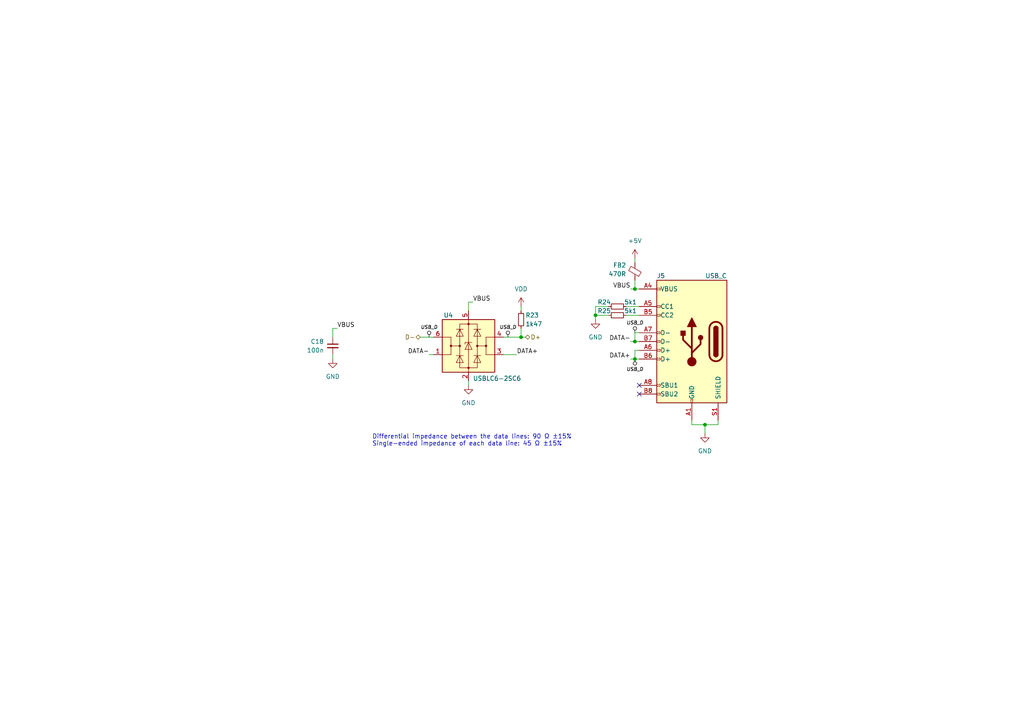
<source format=kicad_sch>
(kicad_sch (version 20230121) (generator eeschema)
  (paper "A4")
  (title_block (title "USB Connector") (date "2023-11-29") (rev "${REVISION}") (company "Author: I. Kajdan") (comment 1 "Supervisor: A. Bondyra, Ph.D."))
  (lib_symbols
    (symbol "Connector:USB_C_Receptacle_USB2.0_16P" (pin_names (offset 1.016))
      (property "Reference" "J" (at 0 22.225 0))
      (property "Value" "USB_C_Receptacle_USB2.0_16P" (at 0 19.685 0))
      (symbol "USB_C_Receptacle_USB2.0_16P_0_0"
        (rectangle (start -0.254 -17.78) (end 0.254 -16.764))
        (rectangle (start 10.16 -14.986) (end 9.144 -15.494))
        (rectangle (start 10.16 -12.446) (end 9.144 -12.954))
        (rectangle (start 10.16 -4.826) (end 9.144 -5.334))
        (rectangle (start 10.16 -2.286) (end 9.144 -2.794))
        (rectangle (start 10.16 0.254) (end 9.144 -0.254))
        (rectangle (start 10.16 2.794) (end 9.144 2.286))
        (rectangle (start 10.16 7.874) (end 9.144 7.366))
        (rectangle (start 10.16 10.414) (end 9.144 9.906))
        (rectangle (start 10.16 15.494) (end 9.144 14.986))
      )
      (symbol "USB_C_Receptacle_USB2.0_16P_0_1"
        (rectangle (start -10.16 17.78) (end 10.16 -17.78) (stroke (width 0.254)) (fill (type background)))
        (arc (start -8.89 -3.81) (mid -6.985 -5.7067) (end -5.08 -3.81) (stroke (width 0.508)))
        (arc (start -7.62 -3.81) (mid -6.985 -4.4423) (end -6.35 -3.81) (stroke (width 0.254)))
        (arc (start -7.62 -3.81) (mid -6.985 -4.4423) (end -6.35 -3.81) (stroke (width 0.254)) (fill (type outline)))
        (rectangle (start -7.62 -3.81) (end -6.35 3.81) (stroke (width 0.254)) (fill (type outline)))
        (arc (start -6.35 3.81) (mid -6.985 4.4423) (end -7.62 3.81) (stroke (width 0.254)))
        (arc (start -6.35 3.81) (mid -6.985 4.4423) (end -7.62 3.81) (stroke (width 0.254)) (fill (type outline)))
        (arc (start -5.08 3.81) (mid -6.985 5.7067) (end -8.89 3.81) (stroke (width 0.508)))
        (circle (center -2.54 1.143) (radius 0.635) (stroke (width 0.254)) (fill (type outline)))
        (circle (center 0 -5.842) (radius 1.27) (fill (type outline)))
        (polyline (pts (xy -8.89 -3.81) (xy -8.89 3.81)) (stroke (width 0.508)))
        (polyline (pts (xy -5.08 3.81) (xy -5.08 -3.81)) (stroke (width 0.508)))
        (polyline (pts (xy 0 -5.842) (xy 0 4.318)) (stroke (width 0.508)))
        (polyline (pts (xy 0 -3.302) (xy -2.54 -0.762) (xy -2.54 0.508)) (stroke (width 0.508)))
        (polyline (pts (xy 0 -2.032) (xy 2.54 0.508) (xy 2.54 1.778)) (stroke (width 0.508)))
        (polyline (pts (xy -1.27 4.318) (xy 0 6.858) (xy 1.27 4.318) (xy -1.27 4.318)) (stroke (width 0.254)) (fill (type outline)))
        (rectangle (start 1.905 1.778) (end 3.175 3.048) (stroke (width 0.254)) (fill (type outline)))
      )
      (symbol "USB_C_Receptacle_USB2.0_16P_1_1"
        (pin passive line (at 0 -22.86 90) (length 5.08) (name "GND") (number "A1"))
        (pin passive line (at 0 -22.86 90) (length 5.08) hide (name "GND") (number "A12"))
        (pin passive line (at 15.24 15.24 180) (length 5.08) (name "VBUS") (number "A4"))
        (pin bidirectional line (at 15.24 10.16 180) (length 5.08) (name "CC1") (number "A5"))
        (pin bidirectional line (at 15.24 -2.54 180) (length 5.08) (name "D+") (number "A6"))
        (pin bidirectional line (at 15.24 2.54 180) (length 5.08) (name "D-") (number "A7"))
        (pin bidirectional line (at 15.24 -12.7 180) (length 5.08) (name "SBU1") (number "A8"))
        (pin passive line (at 15.24 15.24 180) (length 5.08) hide (name "VBUS") (number "A9"))
        (pin passive line (at 0 -22.86 90) (length 5.08) hide (name "GND") (number "B1"))
        (pin passive line (at 0 -22.86 90) (length 5.08) hide (name "GND") (number "B12"))
        (pin passive line (at 15.24 15.24 180) (length 5.08) hide (name "VBUS") (number "B4"))
        (pin bidirectional line (at 15.24 7.62 180) (length 5.08) (name "CC2") (number "B5"))
        (pin bidirectional line (at 15.24 -5.08 180) (length 5.08) (name "D+") (number "B6"))
        (pin bidirectional line (at 15.24 0 180) (length 5.08) (name "D-") (number "B7"))
        (pin bidirectional line (at 15.24 -15.24 180) (length 5.08) (name "SBU2") (number "B8"))
        (pin passive line (at 15.24 15.24 180) (length 5.08) hide (name "VBUS") (number "B9"))
        (pin passive line (at -7.62 -22.86 90) (length 5.08) (name "SHIELD") (number "S1"))
      )
    )
    (symbol "Device:C_Small" (pin_numbers hide) (pin_names (offset 0.254) hide)
      (property "Reference" "C" (at 0.254 1.778 0))
      (property "Value" "C_Small" (at 0.254 -2.032 0))
      (symbol "C_Small_0_1"
        (polyline (pts (xy -1.524 -0.508) (xy 1.524 -0.508)) (stroke (width 0.3302)))
        (polyline (pts (xy -1.524 0.508) (xy 1.524 0.508)) (stroke (width 0.3048)))
      )
      (symbol "C_Small_1_1"
        (pin passive line (at 0 2.54 270) (length 2.032) (name "~") (number "1"))
        (pin passive line (at 0 -2.54 90) (length 2.032) (name "~") (number "2"))
      )
    )
    (symbol "Device:FerriteBead_Small" (pin_numbers hide) (pin_names (offset 0))
      (property "Reference" "FB" (at 1.905 1.27 0))
      (property "Value" "FerriteBead_Small" (at 1.905 -1.27 0))
      (symbol "FerriteBead_Small_0_1"
        (polyline (pts (xy 0 -1.27) (xy 0 -0.7874)))
        (polyline (pts (xy 0 0.889) (xy 0 1.2954)))
        (polyline (pts (xy -1.8288 0.2794) (xy -1.1176 1.4986) (xy 1.8288 -0.2032) (xy 1.1176 -1.4224) (xy -1.8288 0.2794)))
      )
      (symbol "FerriteBead_Small_1_1"
        (pin passive line (at 0 2.54 270) (length 1.27) (name "~") (number "1"))
        (pin passive line (at 0 -2.54 90) (length 1.27) (name "~") (number "2"))
      )
    )
    (symbol "Device:R_Small" (pin_numbers hide) (pin_names (offset 0.254) hide)
      (property "Reference" "R" (at 0.762 0.508 0))
      (property "Value" "R_Small" (at 0.762 -1.016 0))
      (symbol "R_Small_0_1"
        (rectangle (start -0.762 1.778) (end 0.762 -1.778) (stroke (width 0.2032)))
      )
      (symbol "R_Small_1_1"
        (pin passive line (at 0 2.54 270) (length 0.762) (name "~") (number "1"))
        (pin passive line (at 0 -2.54 90) (length 0.762) (name "~") (number "2"))
      )
    )
    (symbol "Power_Protection:USBLC6-2SC6" (pin_names hide)
      (property "Reference" "U" (at 2.54 8.89 0))
      (property "Value" "USBLC6-2SC6" (at 2.54 -8.89 0))
      (symbol "USBLC6-2SC6_0_1"
        (rectangle (start -7.62 -7.62) (end 7.62 7.62) (stroke (width 0.254)) (fill (type background)))
        (circle (center -5.08 0) (radius 0.254) (fill (type outline)))
        (circle (center -2.54 0) (radius 0.254) (fill (type outline)))
        (rectangle (start -2.54 6.35) (end 2.54 -6.35))
        (circle (center 0 -6.35) (radius 0.254) (fill (type outline)))
        (polyline (pts (xy -5.08 -2.54) (xy -7.62 -2.54)))
        (polyline (pts (xy -5.08 0) (xy -5.08 -2.54)))
        (polyline (pts (xy -5.08 2.54) (xy -7.62 2.54)))
        (polyline (pts (xy -1.524 -2.794) (xy -3.556 -2.794)))
        (polyline (pts (xy -1.524 4.826) (xy -3.556 4.826)))
        (polyline (pts (xy 0 -7.62) (xy 0 -6.35)))
        (polyline (pts (xy 0 -6.35) (xy 0 1.27)))
        (polyline (pts (xy 0 1.27) (xy 0 6.35)))
        (polyline (pts (xy 0 6.35) (xy 0 7.62)))
        (polyline (pts (xy 1.524 -2.794) (xy 3.556 -2.794)))
        (polyline (pts (xy 1.524 4.826) (xy 3.556 4.826)))
        (polyline (pts (xy 5.08 -2.54) (xy 7.62 -2.54)))
        (polyline (pts (xy 5.08 0) (xy 5.08 -2.54)))
        (polyline (pts (xy 5.08 2.54) (xy 7.62 2.54)))
        (polyline (pts (xy -2.54 0) (xy -5.08 0) (xy -5.08 2.54)))
        (polyline (pts (xy 2.54 0) (xy 5.08 0) (xy 5.08 2.54)))
        (polyline (pts (xy -3.556 -4.826) (xy -1.524 -4.826) (xy -2.54 -2.794) (xy -3.556 -4.826)))
        (polyline (pts (xy -3.556 2.794) (xy -1.524 2.794) (xy -2.54 4.826) (xy -3.556 2.794)))
        (polyline (pts (xy -1.016 -1.016) (xy 1.016 -1.016) (xy 0 1.016) (xy -1.016 -1.016)))
        (polyline (pts (xy 1.016 1.016) (xy 0.762 1.016) (xy -1.016 1.016) (xy -1.016 0.508)))
        (polyline (pts (xy 3.556 -4.826) (xy 1.524 -4.826) (xy 2.54 -2.794) (xy 3.556 -4.826)))
        (polyline (pts (xy 3.556 2.794) (xy 1.524 2.794) (xy 2.54 4.826) (xy 3.556 2.794)))
        (circle (center 0 6.35) (radius 0.254) (fill (type outline)))
        (circle (center 2.54 0) (radius 0.254) (fill (type outline)))
        (circle (center 5.08 0) (radius 0.254) (fill (type outline)))
      )
      (symbol "USBLC6-2SC6_1_1"
        (pin passive line (at -10.16 -2.54 0) (length 2.54) (name "I/O1") (number "1"))
        (pin passive line (at 0 -10.16 90) (length 2.54) (name "GND") (number "2"))
        (pin passive line (at 10.16 -2.54 180) (length 2.54) (name "I/O2") (number "3"))
        (pin passive line (at 10.16 2.54 180) (length 2.54) (name "I/O2") (number "4"))
        (pin passive line (at 0 10.16 270) (length 2.54) (name "VBUS") (number "5"))
        (pin passive line (at -10.16 2.54 0) (length 2.54) (name "I/O1") (number "6"))
      )
    )
    (symbol "power:+5V" (power) (pin_names (offset 0))
      (property "Value" "+5V" (at 0 3.556 0))
      (symbol "+5V_0_1"
        (polyline (pts (xy -0.762 1.27) (xy 0 2.54)))
        (polyline (pts (xy 0 0) (xy 0 2.54)))
        (polyline (pts (xy 0 2.54) (xy 0.762 1.27)))
      )
      (symbol "+5V_1_1"
        (pin power_in line (at 0 0 90) (length 0) hide (name "+5V") (number "1"))
      )
    )
    (symbol "power:GND" (power) (pin_names (offset 0))
      (property "Value" "GND" (at 0 -3.81 0))
      (symbol "GND_0_1"
        (polyline (pts (xy 0 0) (xy 0 -1.27) (xy 1.27 -1.27) (xy 0 -2.54) (xy -1.27 -1.27) (xy 0 -1.27)))
      )
      (symbol "GND_1_1"
        (pin power_in line (at 0 0 270) (length 0) hide (name "GND") (number "1"))
      )
    )
    (symbol "power:VDD" (power) (pin_names (offset 0))
      (property "Value" "VDD" (at 0 3.81 0))
      (symbol "VDD_0_1"
        (polyline (pts (xy -0.762 1.27) (xy 0 2.54)))
        (polyline (pts (xy 0 0) (xy 0 2.54)))
        (polyline (pts (xy 0 2.54) (xy 0.762 1.27)))
      )
      (symbol "VDD_1_1"
        (pin power_in line (at 0 0 90) (length 0) hide (name "VDD") (number "1"))
      )
    )
  )
  (junction (at 172.72 91.44))
  (junction (at 184.15 83.82))
  (junction (at 184.15 104.14))
  (junction (at 204.47 123.19))
  (junction (at 151.13 97.79))
  (junction (at 184.15 99.06))
  (no_connect (at 185.42 111.76))
  (no_connect (at 185.42 114.3))
  (wire (pts (xy 204.47 123.19) (xy 208.28 123.19)))
  (wire (pts (xy 184.15 101.6) (xy 184.15 104.14)))
  (wire (pts (xy 172.72 91.44) (xy 172.72 92.71)))
  (wire (pts (xy 135.89 87.63) (xy 135.89 90.17)))
  (wire (pts (xy 204.47 123.19) (xy 204.47 125.73)))
  (wire (pts (xy 184.15 74.93) (xy 184.15 76.2)))
  (wire (pts (xy 151.13 95.25) (xy 151.13 97.79)))
  (wire (pts (xy 96.52 95.25) (xy 96.52 97.79)))
  (wire (pts (xy 181.61 88.9) (xy 185.42 88.9)))
  (wire (pts (xy 184.15 104.14) (xy 185.42 104.14)))
  (wire (pts (xy 135.89 110.49) (xy 135.89 111.76)))
  (wire (pts (xy 97.79 95.25) (xy 96.52 95.25)))
  (wire (pts (xy 184.15 83.82) (xy 185.42 83.82)))
  (wire (pts (xy 184.15 83.82) (xy 184.15 81.28)))
  (wire (pts (xy 200.66 123.19) (xy 204.47 123.19)))
  (wire (pts (xy 151.13 88.9) (xy 151.13 90.17)))
  (wire (pts (xy 181.61 91.44) (xy 185.42 91.44)))
  (wire (pts (xy 182.88 83.82) (xy 184.15 83.82)))
  (wire (pts (xy 124.46 102.87) (xy 125.73 102.87)))
  (wire (pts (xy 184.15 96.52) (xy 184.15 99.06)))
  (wire (pts (xy 182.88 104.14) (xy 184.15 104.14)))
  (wire (pts (xy 184.15 96.52) (xy 185.42 96.52)))
  (wire (pts (xy 149.86 102.87) (xy 146.05 102.87)))
  (wire (pts (xy 146.05 97.79) (xy 151.13 97.79)))
  (wire (pts (xy 200.66 121.92) (xy 200.66 123.19)))
  (wire (pts (xy 184.15 101.6) (xy 185.42 101.6)))
  (wire (pts (xy 96.52 102.87) (xy 96.52 104.14)))
  (wire (pts (xy 121.92 97.79) (xy 125.73 97.79)))
  (wire (pts (xy 176.53 88.9) (xy 172.72 88.9)))
  (wire (pts (xy 208.28 121.92) (xy 208.28 123.19)))
  (wire (pts (xy 137.16 87.63) (xy 135.89 87.63)))
  (wire (pts (xy 172.72 88.9) (xy 172.72 91.44)))
  (wire (pts (xy 182.88 99.06) (xy 184.15 99.06)))
  (wire (pts (xy 184.15 99.06) (xy 185.42 99.06)))
  (wire (pts (xy 172.72 91.44) (xy 176.53 91.44)))
  (wire (pts (xy 151.13 97.79) (xy 152.4 97.79)))
  (text "Differential impedance between the data lines: 90 Ω ±15%\nSingle-ended impedance of each data line: 45 Ω ±15%" (at 107.95 129.54 0) (effects (font (size 1.27 1.27)) (justify left bottom)))
  (label "VBUS" (at 137.16 87.63 0))
  (label "VBUS" (at 97.79 95.25 0))
  (label "DATA+" (at 149.86 102.87 0))
  (label "VBUS" (at 182.88 83.82 180))
  (label "DATA-" (at 124.46 102.87 180))
  (label "DATA-" (at 182.88 99.06 180))
  (label "DATA+" (at 182.88 104.14 180))
  (hierarchical_label "D+" (shape bidirectional) (at 152.4 97.79 0))
  (hierarchical_label "D-" (shape bidirectional) (at 121.92 97.79 180))
  (netclass_flag "" (length 1.27) (shape round) (at 147.32 97.79 0) (property "Netclass" "USB_D" (at 147.32 94.869 0) (effects (font (size 1 1) italic))))
  (netclass_flag "" (length 1.27) (shape round) (at 184.15 104.14 180) (property "Netclass" "USB_D" (at 184.15 107.061 0) (effects (font (size 1 1) italic))))
  (netclass_flag "" (length 1.27) (shape round) (at 184.15 96.52 0) (property "Netclass" "USB_D" (at 184.15 93.599 0) (effects (font (size 1 1) italic))))
  (netclass_flag "" (length 1.27) (shape round) (at 124.46 97.79 0) (property "Netclass" "USB_D" (at 124.46 94.869 0) (effects (font (size 1 1) italic))))
  (symbol (lib_id "power:GND") (at 172.72 92.71 0) (mirror y) (unit 1)
    (property "Reference" "#PWR059" (effects hide))
    (property "Value" "GND" (at 172.72 97.79 0))
  )
  (symbol (lib_id "power:GND") (at 204.47 125.73 0) (mirror y) (unit 1)
    (property "Reference" "#PWR061" (effects hide))
    (property "Value" "GND" (at 204.47 130.81 0))
  )
  (symbol (lib_id "Device:R_Small") (at 151.13 92.71 0) (mirror y) (unit 1)
    (property "Reference" "R23" (at 152.4 91.44 0) (effects (justify right)))
    (property "Value" "1k47" (at 152.4 93.98 0) (effects (justify right)))
    (property "Footprint" "Resistor_SMD:R_0603_1608Metric" (effects hide))
    (instances (project "control_board" (path "" (reference "R23") (unit 1))) (project "suspension_tension_meter" (path "" (reference "R?") (unit 1))))
  )
  (symbol (lib_id "power:+5V") (at 184.15 74.93 0) (mirror y) (unit 1)
    (property "Reference" "#PWR060" (effects hide))
    (property "Value" "+5V" (at 184.15 69.85 0))
  )
  (symbol (lib_id "power:GND") (at 96.52 104.14 0) (unit 1)
    (property "Reference" "#PWR056" (effects hide))
    (property "Value" "GND" (at 96.52 109.22 0))
  )
  (symbol (lib_id "Device:R_Small") (at 179.07 91.44 90) (unit 1)
    (property "Reference" "R25" (at 175.26 90.17 90))
    (property "Value" "5k1" (at 182.88 90.17 90))
    (property "Footprint" "Resistor_SMD:R_0603_1608Metric" (effects hide))
  )
  (symbol (lib_id "Device:R_Small") (at 179.07 88.9 90) (unit 1)
    (property "Reference" "R24" (at 175.26 87.63 90))
    (property "Value" "5k1" (at 182.88 87.63 90))
    (property "Footprint" "Resistor_SMD:R_0603_1608Metric" (effects hide))
  )
  (symbol (lib_id "Device:C_Small") (at 96.52 100.33 0) (mirror y) (unit 1)
    (property "Reference" "C18" (at 93.98 99.06 0) (effects (justify left)))
    (property "Value" "100n" (at 93.98 101.6 0) (effects (justify left)))
    (property "Footprint" "Capacitor_SMD:C_0603_1608Metric" (effects hide))
  )
  (symbol (lib_id "power:VDD") (at 151.13 88.9 0) (unit 1)
    (property "Reference" "#PWR058" (effects hide))
    (property "Value" "VDD" (at 151.13 83.82 0))
  )
  (symbol (lib_id "Device:FerriteBead_Small") (at 184.15 78.74 0) (unit 1)
    (property "Reference" "FB2" (at 181.61 76.2 0) (effects (justify right top)))
    (property "Value" "470R" (at 181.61 78.74 0) (effects (justify right top)))
    (property "Footprint" "Inductor_SMD:L_0603_1608Metric" (effects hide))
  )
  (symbol (lib_id "Power_Protection:USBLC6-2SC6") (at 135.89 100.33 0) (unit 1)
    (property "Reference" "U4" (at 128.6511 91.44 0) (effects (justify left)))
    (property "Value" "USBLC6-2SC6" (at 137.16 110.49 0) (effects (justify left bottom)))
    (property "Footprint" "Package_TO_SOT_SMD:SOT-23-6" (effects hide))
    (property "Datasheet" "https://www.st.com/resource/en/datasheet/usblc6-2.pdf" (effects hide))
  )
  (symbol (lib_id "Connector:USB_C_Receptacle_USB2.0_16P") (at 200.66 99.06 0) (mirror y) (unit 1)
    (property "Reference" "J5" (at 190.5 80.01 0) (effects (justify right)))
    (property "Value" "USB_C" (at 210.82 80.01 0) (effects (justify left)))
    (property "Footprint" "Local_Library:USB4105-GF-A" (effects hide))
    (property "Datasheet" "https://www.usb.org/sites/default/files/documents/usb_type-c.zip" (effects hide))
    (property "Component" "USB4105-GF-A" (effects hide))
  )
  (symbol (lib_id "power:GND") (at 135.89 111.76 0) (unit 1)
    (property "Reference" "#PWR057" (effects hide))
    (property "Value" "GND" (at 135.89 116.84 0))
  )
)
</source>
